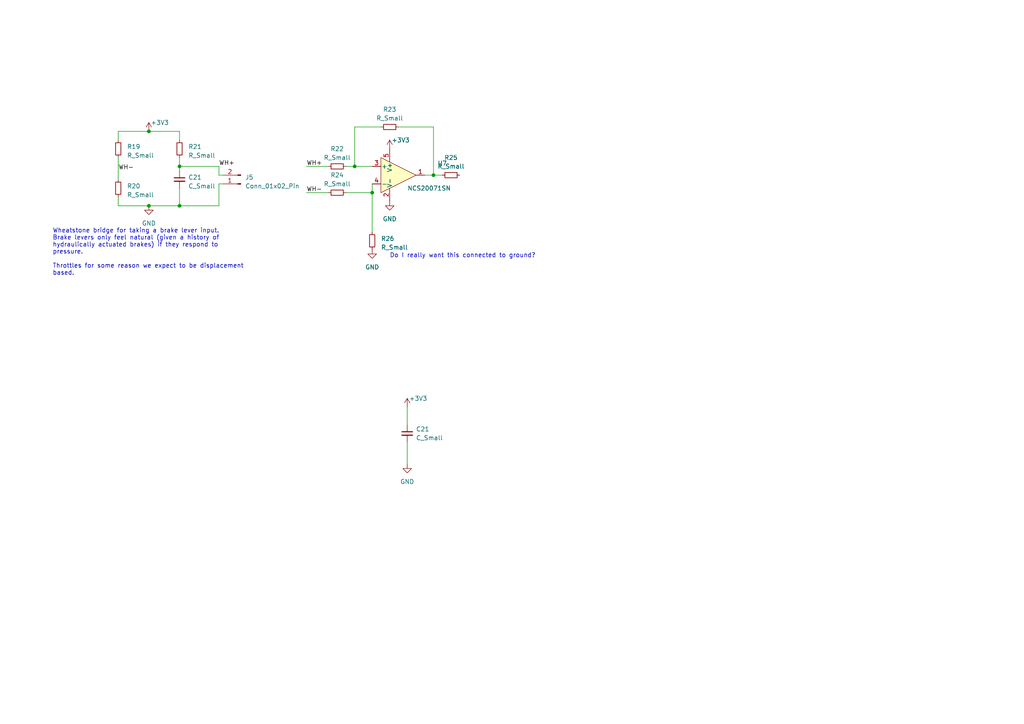
<source format=kicad_sch>
(kicad_sch (version 20230121) (generator eeschema)
  (paper "A4")
  (lib_symbols
    (symbol "Amplifier_Operational:NCS20071SN" (pin_names (offset 0.127))
      (property "Reference" "U" (at 0 10.16 0))
      (property "Value" "NCS20071SN" (at 0 7.62 0))
      (symbol "NCS20071SN_1_1"
        (polyline (pts (xy 5.08 0) (xy -5.08 5.08) (xy -5.08 -5.08) (xy 5.08 0)) (fill (type background)))
        (pin output line (at 7.62 0 180) (length 2.54) (name "~") (number "1"))
        (pin power_in line (at -2.54 -7.62 90) (length 3.81) (name "V-") (number "2"))
        (pin input line (at -7.62 2.54 0) (length 2.54) (name "+") (number "3"))
        (pin input line (at -7.62 -2.54 0) (length 2.54) (name "-") (number "4"))
        (pin power_in line (at -2.54 7.62 270) (length 3.81) (name "V+") (number "5"))
      )
    )
    (symbol "Connector:Conn_01x02_Pin" (pin_names (offset 1.016) hide)
      (property "Reference" "J" (at 0 2.54 0))
      (property "Value" "Conn_01x02_Pin" (at 0 -5.08 0))
      (symbol "Conn_01x02_Pin_1_1"
        (polyline (pts (xy 1.27 -2.54) (xy 0.8636 -2.54)) (stroke (width 0.1524)))
        (polyline (pts (xy 1.27 0) (xy 0.8636 0)) (stroke (width 0.1524)))
        (rectangle (start 0.8636 -2.413) (end 0 -2.667) (stroke (width 0.1524)) (fill (type outline)))
        (rectangle (start 0.8636 0.127) (end 0 -0.127) (stroke (width 0.1524)) (fill (type outline)))
        (pin passive line (at 5.08 0 180) (length 3.81) (name "Pin_1") (number "1"))
        (pin passive line (at 5.08 -2.54 180) (length 3.81) (name "Pin_2") (number "2"))
      )
    )
    (symbol "Device:C_Small" (pin_numbers hide) (pin_names (offset 0.254) hide)
      (property "Reference" "C" (at 0.254 1.778 0))
      (property "Value" "C_Small" (at 0.254 -2.032 0))
      (symbol "C_Small_0_1"
        (polyline (pts (xy -1.524 -0.508) (xy 1.524 -0.508)) (stroke (width 0.3302)))
        (polyline (pts (xy -1.524 0.508) (xy 1.524 0.508)) (stroke (width 0.3048)))
      )
      (symbol "C_Small_1_1"
        (pin passive line (at 0 2.54 270) (length 2.032) (name "~") (number "1"))
        (pin passive line (at 0 -2.54 90) (length 2.032) (name "~") (number "2"))
      )
    )
    (symbol "Device:R_Small" (pin_numbers hide) (pin_names (offset 0.254) hide)
      (property "Reference" "R" (at 0.762 0.508 0))
      (property "Value" "R_Small" (at 0.762 -1.016 0))
      (symbol "R_Small_0_1"
        (rectangle (start -0.762 1.778) (end 0.762 -1.778) (stroke (width 0.2032)))
      )
      (symbol "R_Small_1_1"
        (pin passive line (at 0 2.54 270) (length 0.762) (name "~") (number "1"))
        (pin passive line (at 0 -2.54 90) (length 0.762) (name "~") (number "2"))
      )
    )
    (symbol "power:+3V3" (power) (pin_names (offset 0))
      (property "Value" "+3V3" (at 0 3.556 0))
      (symbol "+3V3_0_1"
        (polyline (pts (xy -0.762 1.27) (xy 0 2.54)))
        (polyline (pts (xy 0 0) (xy 0 2.54)))
        (polyline (pts (xy 0 2.54) (xy 0.762 1.27)))
      )
      (symbol "+3V3_1_1"
        (pin power_in line (at 0 0 90) (length 0) hide (name "+3V3") (number "1"))
      )
    )
    (symbol "power:GND" (power) (pin_names (offset 0))
      (property "Value" "GND" (at 0 -3.81 0))
      (symbol "GND_0_1"
        (polyline (pts (xy 0 0) (xy 0 -1.27) (xy 1.27 -1.27) (xy 0 -2.54) (xy -1.27 -1.27) (xy 0 -1.27)))
      )
      (symbol "GND_1_1"
        (pin power_in line (at 0 0 270) (length 0) hide (name "GND") (number "1"))
      )
    )
  )
  (junction (at 107.95 55.88))
  (junction (at 43.18 59.69))
  (junction (at 43.18 38.1))
  (junction (at 125.73 50.8))
  (junction (at 102.87 48.26))
  (junction (at 52.07 59.69))
  (junction (at 52.07 48.26))
  (wire (pts (xy 52.07 48.26) (xy 52.07 49.53)))
  (wire (pts (xy 63.5 50.8) (xy 64.77 50.8)))
  (wire (pts (xy 107.95 55.88) (xy 107.95 67.31)))
  (wire (pts (xy 34.29 57.15) (xy 34.29 59.69)))
  (wire (pts (xy 52.07 40.64) (xy 52.07 38.1)))
  (wire (pts (xy 63.5 53.34) (xy 63.5 59.69)))
  (wire (pts (xy 34.29 40.64) (xy 34.29 38.1)))
  (wire (pts (xy 34.29 59.69) (xy 43.18 59.69)))
  (wire (pts (xy 63.5 53.34) (xy 64.77 53.34)))
  (wire (pts (xy 34.29 45.72) (xy 34.29 52.07)))
  (wire (pts (xy 123.19 50.8) (xy 125.73 50.8)))
  (wire (pts (xy 118.11 128.27) (xy 118.11 134.62)))
  (wire (pts (xy 100.33 48.26) (xy 102.87 48.26)))
  (wire (pts (xy 52.07 45.72) (xy 52.07 48.26)))
  (wire (pts (xy 52.07 38.1) (xy 43.18 38.1)))
  (wire (pts (xy 88.9 55.88) (xy 95.25 55.88)))
  (wire (pts (xy 125.73 50.8) (xy 128.27 50.8)))
  (wire (pts (xy 107.95 53.34) (xy 107.95 55.88)))
  (wire (pts (xy 100.33 55.88) (xy 107.95 55.88)))
  (wire (pts (xy 43.18 59.69) (xy 52.07 59.69)))
  (wire (pts (xy 102.87 36.83) (xy 102.87 48.26)))
  (wire (pts (xy 118.11 118.11) (xy 118.11 123.19)))
  (wire (pts (xy 52.07 54.61) (xy 52.07 59.69)))
  (wire (pts (xy 88.9 48.26) (xy 95.25 48.26)))
  (wire (pts (xy 63.5 59.69) (xy 52.07 59.69)))
  (wire (pts (xy 63.5 48.26) (xy 63.5 50.8)))
  (wire (pts (xy 115.57 36.83) (xy 125.73 36.83)))
  (wire (pts (xy 34.29 38.1) (xy 43.18 38.1)))
  (wire (pts (xy 110.49 36.83) (xy 102.87 36.83)))
  (wire (pts (xy 63.5 48.26) (xy 52.07 48.26)))
  (wire (pts (xy 102.87 48.26) (xy 107.95 48.26)))
  (wire (pts (xy 125.73 36.83) (xy 125.73 50.8)))
  (text "Wheatstone bridge for taking a brake lever input. \nBrake levers only feel natural (given a history of \nhydraulically actuated brakes) if they respond to \npressure.\n\nThrottles for some reason we expect to be displacement \nbased." (at 15.24 80.01 0) (effects (font (size 1.27 1.27)) (justify left bottom)))
  (text "Do I really want this connected to ground?" (at 113.03 74.93 0) (effects (font (size 1.27 1.27)) (justify left bottom)))
  (label "WH-" (at 88.9 55.88 0))
  (label "WH-" (at 34.29 49.53 0))
  (label "WH+" (at 88.9 48.26 0))
  (label "WH+" (at 63.5 48.26 0))
  (symbol (lib_id "Amplifier_Operational:NCS20071SN") (at 115.57 50.8 0) (unit 1)
    (property "Reference" "U7" (at 128.27 47.3711 0))
    (property "Value" "NCS20071SN" (at 124.46 54.61 0))
    (property "Footprint" "Package_SO:TSOP-5_1.65x3.05mm_P0.95mm" (effects hide))
    (property "Datasheet" "https://www.onsemi.com/pub/Collateral/NCS20071-D.PDF" (effects hide))
  )
  (symbol (lib_id "Connector:Conn_01x02_Pin") (at 69.85 53.34 180) (unit 1)
    (property "Reference" "J5" (at 71.12 51.435 0) (effects (justify right)))
    (property "Value" "Conn_01x02_Pin" (at 71.12 53.975 0) (effects (justify right)))
  )
  (symbol (lib_id "power:+3V3") (at 118.11 118.11 0) (unit 1)
    (property "Reference" "#PWR030" (effects hide))
    (property "Value" "+3V3" (at 121.285 115.57 0))
    (instances (project "J-Display" (path "" (reference "#PWR030") (unit 1)) (path "" (reference "#PWR040") (unit 1))))
  )
  (symbol (lib_id "power:+3V3") (at 43.18 38.1 0) (unit 1)
    (property "Reference" "#PWR030" (effects hide))
    (property "Value" "+3V3" (at 46.355 35.56 0))
    (instances (project "J-Display" (path "" (reference "#PWR030") (unit 1)) (path "" (reference "#PWR039") (unit 1))))
  )
  (symbol (lib_id "Device:R_Small") (at 52.07 43.18 0) (unit 1)
    (property "Reference" "R21" (at 54.61 42.545 0) (effects (justify left)))
    (property "Value" "R_Small" (at 54.61 45.085 0) (effects (justify left)))
  )
  (symbol (lib_id "power:GND") (at 107.95 72.39 0) (unit 1)
    (property "Reference" "#PWR0109" (effects hide))
    (property "Value" "GND" (at 107.95 77.47 0))
    (instances (project "J-Display" (path "" (reference "#PWR0109") (unit 1)) (path "" (reference "#PWR034") (unit 1)) (path "" (reference "#PWR038") (unit 1))))
  )
  (symbol (lib_id "power:GND") (at 113.03 58.42 0) (unit 1)
    (property "Reference" "#PWR0109" (effects hide))
    (property "Value" "GND" (at 113.03 63.5 0))
    (instances (project "J-Display" (path "" (reference "#PWR0109") (unit 1)) (path "" (reference "#PWR034") (unit 1)) (path "" (reference "#PWR041") (unit 1))))
  )
  (symbol (lib_id "power:GND") (at 118.11 134.62 0) (unit 1)
    (property "Reference" "#PWR0109" (effects hide))
    (property "Value" "GND" (at 118.11 139.7 0))
    (instances (project "J-Display" (path "" (reference "#PWR0109") (unit 1)) (path "" (reference "#PWR034") (unit 1)) (path "" (reference "#PWR037") (unit 1))))
  )
  (symbol (lib_id "Device:R_Small") (at 34.29 54.61 0) (unit 1)
    (property "Reference" "R20" (at 36.83 53.975 0) (effects (justify left)))
    (property "Value" "R_Small" (at 36.83 56.515 0) (effects (justify left)))
  )
  (symbol (lib_id "power:+3V3") (at 113.03 43.18 0) (unit 1)
    (property "Reference" "#PWR030" (effects hide))
    (property "Value" "+3V3" (at 116.205 40.64 0))
    (instances (project "J-Display" (path "" (reference "#PWR030") (unit 1)) (path "" (reference "#PWR042") (unit 1))))
  )
  (symbol (lib_id "Device:R_Small") (at 97.79 55.88 90) (unit 1)
    (property "Reference" "R24" (at 97.79 50.8 90))
    (property "Value" "R_Small" (at 97.79 53.34 90))
  )
  (symbol (lib_id "Device:C_Small") (at 118.11 125.73 0) (unit 1)
    (property "Reference" "C21" (at 120.65 124.4662 0) (effects (justify left)))
    (property "Value" "C_Small" (at 120.65 127.0062 0) (effects (justify left)))
    (property "Footprint" "Capacitor_SMD:C_0603_1608Metric" (effects hide))
    (instances (project "J-Display" (path "" (reference "C21") (unit 1)) (path "" (reference "C32") (unit 1))))
  )
  (symbol (lib_id "Device:C_Small") (at 52.07 52.07 0) (unit 1)
    (property "Reference" "C21" (at 54.61 51.4413 0) (effects (justify left)))
    (property "Value" "C_Small" (at 54.61 53.9813 0) (effects (justify left)))
    (property "Footprint" "Capacitor_SMD:C_0603_1608Metric" (effects hide))
    (instances (project "J-Display" (path "" (reference "C21") (unit 1)) (path "" (reference "C31") (unit 1))))
  )
  (symbol (lib_id "Device:R_Small") (at 107.95 69.85 0) (unit 1)
    (property "Reference" "R26" (at 110.49 69.215 0) (effects (justify left)))
    (property "Value" "R_Small" (at 110.49 71.755 0) (effects (justify left)))
  )
  (symbol (lib_id "power:GND") (at 43.18 59.69 0) (unit 1)
    (property "Reference" "#PWR0109" (effects hide))
    (property "Value" "GND" (at 43.18 64.77 0))
    (instances (project "J-Display" (path "" (reference "#PWR0109") (unit 1)) (path "" (reference "#PWR034") (unit 1)) (path "" (reference "#PWR035") (unit 1))))
  )
  (symbol (lib_id "Device:R_Small") (at 97.79 48.26 90) (unit 1)
    (property "Reference" "R22" (at 97.79 43.18 90))
    (property "Value" "R_Small" (at 97.79 45.72 90))
  )
  (symbol (lib_id "Device:R_Small") (at 34.29 43.18 0) (unit 1)
    (property "Reference" "R19" (at 36.83 42.545 0) (effects (justify left)))
    (property "Value" "R_Small" (at 36.83 45.085 0) (effects (justify left)))
  )
  (symbol (lib_id "Device:R_Small") (at 130.81 50.8 90) (unit 1)
    (property "Reference" "R25" (at 130.81 45.72 90))
    (property "Value" "R_Small" (at 130.81 48.26 90))
  )
  (symbol (lib_id "Device:R_Small") (at 113.03 36.83 90) (unit 1)
    (property "Reference" "R23" (at 113.03 31.75 90))
    (property "Value" "R_Small" (at 113.03 34.29 90))
  )
)
</source>
